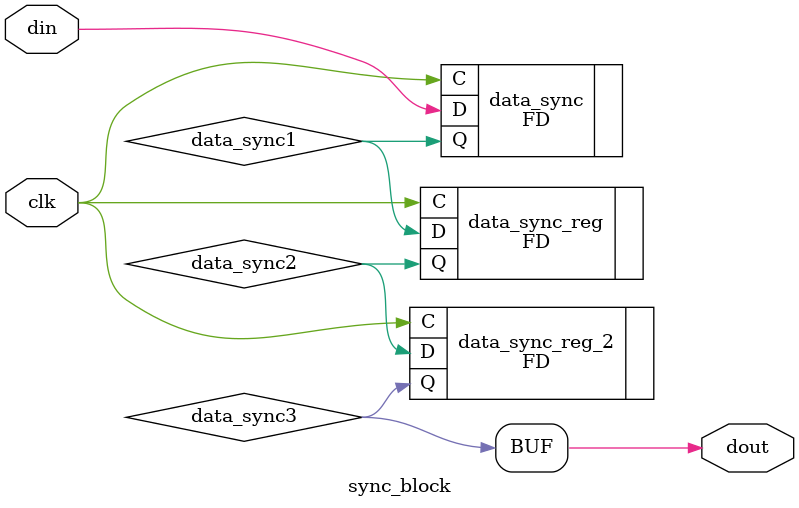
<source format=v>
`timescale 1ps / 1ps

module sync_block #(
  	parameter INITIALIZE = 3'b000
)
(
  input        clk,              // clock to be sync'ed to
  input        din,          	// Data to be 'synced'
  output       dout          	// synced data
);

// Internal Signals
wire data_sync1;
wire data_sync2;
wire data_sync3;


(* shreg_extract = "no", ASYNC_REG = "TRUE" *)
FD #(
	.INIT (INITIALIZE[0]))
data_sync (
	.C  (clk),
	.D  (din),
	.Q  (data_sync1)
);

(* shreg_extract = "no", ASYNC_REG = "TRUE" *)
FD #(
	.INIT (INITIALIZE[1]))
data_sync_reg (
	.C  (clk),
	.D  (data_sync1),
	.Q  (data_sync2)
);

(* shreg_extract = "no", ASYNC_REG = "TRUE" *)
FD #(
	.INIT (INITIALIZE[2]))
data_sync_reg_2 (
	.C  (clk),
	.D  (data_sync2),
	.Q  (data_sync3)
);
assign dout = data_sync3;

endmodule

</source>
